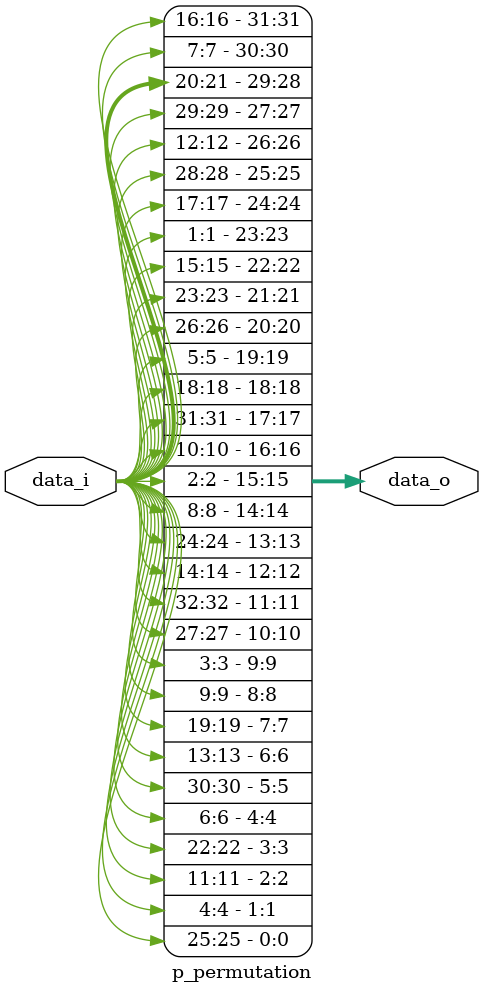
<source format=v>

module p_permutation(
	input wire [1:32] data_i, 			// input data for the permutation
	output wire [1:32] data_o			// output data for the permutation
	);

	// Logic for the permutation
	assign data_o[1] = data_i[16];
	assign data_o[2] = data_i[7];
	assign data_o[3] = data_i[20];
	assign data_o[4] = data_i[21];

	assign data_o[5] = data_i[29];
	assign data_o[6] = data_i[12];
	assign data_o[7] = data_i[28];
	assign data_o[8] = data_i[17];

	assign data_o[9] = data_i[1];
	assign data_o[10] = data_i[15];
	assign data_o[11] = data_i[23];
	assign data_o[12] = data_i[26];

	assign data_o[13] = data_i[5];
	assign data_o[14] = data_i[18];
	assign data_o[15] = data_i[31];
	assign data_o[16] = data_i[10];

	assign data_o[17] = data_i[2];
	assign data_o[18] = data_i[8];
	assign data_o[19] = data_i[24];
	assign data_o[20] = data_i[14];

	assign data_o[21] = data_i[32];
	assign data_o[22] = data_i[27];
	assign data_o[23] = data_i[3];
	assign data_o[24] = data_i[9];

	assign data_o[25] = data_i[19];
	assign data_o[26] = data_i[13];
	assign data_o[27] = data_i[30];
	assign data_o[28] = data_i[6];

	assign data_o[29] = data_i[22];
	assign data_o[30] = data_i[11];
	assign data_o[31] = data_i[4];
	assign data_o[32] = data_i[25];

endmodule
</source>
